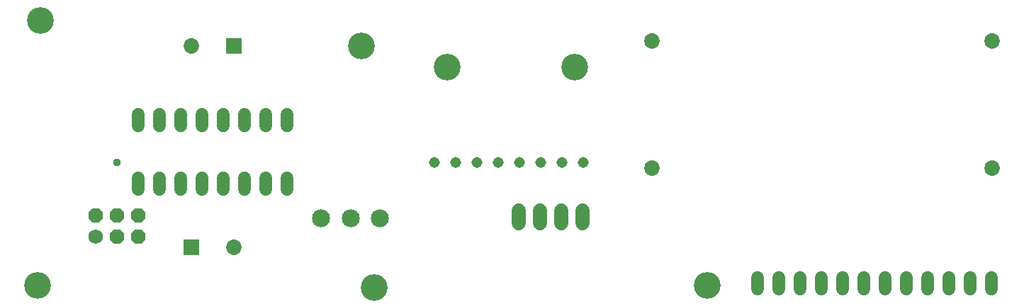
<source format=gbr>
G04 EAGLE Gerber RS-274X export*
G75*
%MOMM*%
%FSLAX34Y34*%
%LPD*%
%INSoldermask Bottom*%
%IPPOS*%
%AMOC8*
5,1,8,0,0,1.08239X$1,22.5*%
G01*
%ADD10C,3.203200*%
%ADD11C,1.524000*%
%ADD12C,2.153200*%
%ADD13R,1.853200X1.853200*%
%ADD14C,1.853200*%
%ADD15C,1.727200*%
%ADD16P,1.869504X8X22.600000*%
%ADD17C,1.311200*%
%ADD18C,1.854200*%
%ADD19C,1.727200*%
%ADD20C,0.959600*%


D10*
X406400Y347500D03*
X421800Y58100D03*
X23180Y377980D03*
X20000Y60000D03*
X820000Y60000D03*
D11*
X139700Y175796D02*
X139700Y189004D01*
X165100Y189004D02*
X165100Y175796D01*
X292100Y175796D02*
X292100Y189004D01*
X317500Y189004D02*
X317500Y175796D01*
X190500Y175796D02*
X190500Y189004D01*
X215900Y189004D02*
X215900Y175796D01*
X266700Y175796D02*
X266700Y189004D01*
X241300Y189004D02*
X241300Y175796D01*
X317500Y251996D02*
X317500Y265204D01*
X292100Y265204D02*
X292100Y251996D01*
X266700Y251996D02*
X266700Y265204D01*
X241300Y265204D02*
X241300Y251996D01*
X215900Y251996D02*
X215900Y265204D01*
X190500Y265204D02*
X190500Y251996D01*
X165100Y251996D02*
X165100Y265204D01*
X139700Y265204D02*
X139700Y251996D01*
D12*
X393700Y140500D03*
X428700Y140500D03*
X358700Y140500D03*
D13*
X203200Y106200D03*
D14*
X254000Y106200D03*
D13*
X254000Y347500D03*
D14*
X203200Y347500D03*
D15*
X88922Y118856D03*
D16*
X114322Y118900D03*
X139722Y118944D03*
X88878Y144256D03*
X114278Y144300D03*
X139678Y144344D03*
D10*
X508920Y322180D03*
X661320Y322180D03*
D17*
X493520Y207880D03*
X518920Y207880D03*
X544320Y207880D03*
X569720Y207880D03*
X595120Y207880D03*
X620520Y207880D03*
X645920Y207880D03*
X671320Y207880D03*
D18*
X1159800Y352900D03*
X1159800Y200500D03*
X753400Y200500D03*
X753400Y352900D03*
D11*
X879600Y69304D02*
X879600Y56096D01*
X905000Y56096D02*
X905000Y69304D01*
X930400Y69304D02*
X930400Y56096D01*
X955800Y56096D02*
X955800Y69304D01*
X981200Y69304D02*
X981200Y56096D01*
X1006600Y56096D02*
X1006600Y69304D01*
X1032000Y69304D02*
X1032000Y56096D01*
X1057400Y56096D02*
X1057400Y69304D01*
X1082800Y69304D02*
X1082800Y56096D01*
X1108200Y56096D02*
X1108200Y69304D01*
X1133600Y69304D02*
X1133600Y56096D01*
X1159000Y56096D02*
X1159000Y69304D01*
D19*
X670940Y134900D02*
X670940Y150140D01*
X645540Y150140D02*
X645540Y134900D01*
X620140Y134900D02*
X620140Y150140D01*
X594740Y150140D02*
X594740Y134900D01*
D20*
X114300Y207800D03*
M02*

</source>
